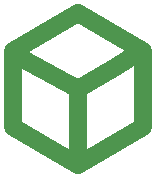
<source format=gbr>
%TF.GenerationSoftware,KiCad,Pcbnew,9.0.6*%
%TF.CreationDate,2025-12-04T10:49:31-05:00*%
%TF.ProjectId,Devboard,44657662-6f61-4726-942e-6b696361645f,rev?*%
%TF.SameCoordinates,Original*%
%TF.FileFunction,Legend,Bot*%
%TF.FilePolarity,Positive*%
%FSLAX46Y46*%
G04 Gerber Fmt 4.6, Leading zero omitted, Abs format (unit mm)*
G04 Created by KiCad (PCBNEW 9.0.6) date 2025-12-04 10:49:31*
%MOMM*%
%LPD*%
G01*
G04 APERTURE LIST*
%ADD10C,1.190625*%
%ADD11C,1.500000*%
G04 APERTURE END LIST*
D10*
X78782770Y-88070606D02*
X78782768Y-88070603D01*
D11*
X84308014Y-84855916D02*
X84308014Y-91285290D01*
X78782768Y-94499979D01*
X73257524Y-91285290D01*
X73257524Y-84855916D01*
X78782768Y-81641228D01*
X84308014Y-84855916D01*
X78782768Y-88070603D02*
X81837949Y-86271365D01*
X83190565Y-85474791D01*
X73975000Y-85475000D02*
X78782562Y-88070494D01*
X78782562Y-88070494D02*
X78782562Y-93802347D01*
M02*

</source>
